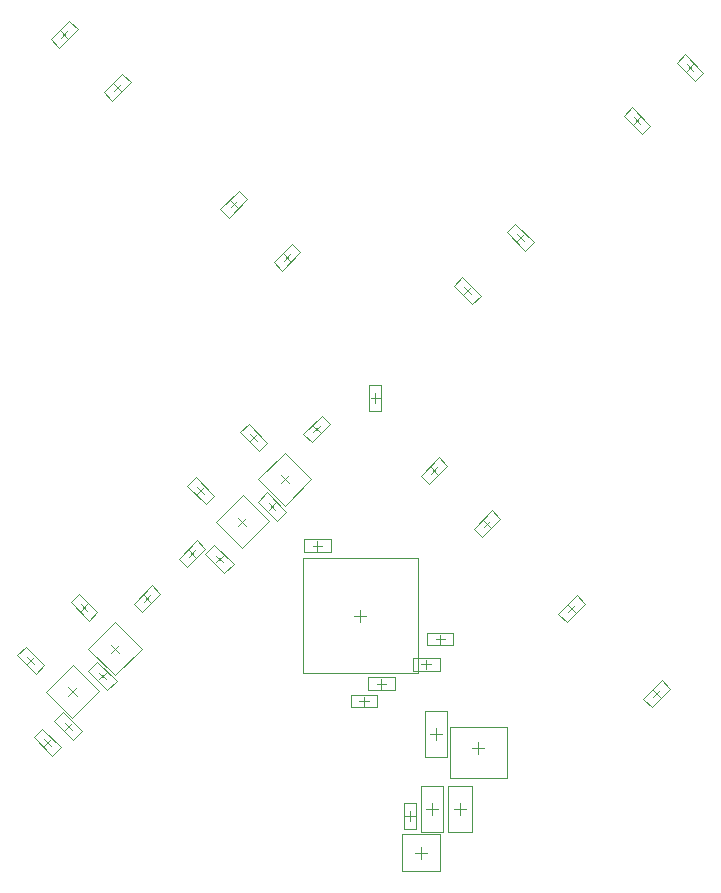
<source format=gbr>
%TF.GenerationSoftware,Altium Limited,Altium Designer,20.1.8 (145)*%
G04 Layer_Color=32896*
%FSLAX45Y45*%
%MOMM*%
%TF.SameCoordinates,5961E689-EF10-4C47-967A-3E799B42680D*%
%TF.FilePolarity,Positive*%
%TF.FileFunction,Other,Bottom_Courtyard*%
%TF.Part,Single*%
G01*
G75*
%TA.AperFunction,NonConductor*%
%ADD80C,0.10000*%
%ADD81C,0.05000*%
%ADD82C,0.05080*%
D80*
X-363254Y-1580664D02*
Y-1500664D01*
X-403253Y-1540664D02*
X-323254D01*
X177979Y-2747709D02*
Y-2667709D01*
X137979Y-2707709D02*
X217978D01*
X556969Y-2583015D02*
Y-2503016D01*
X516970Y-2543015D02*
X596969D01*
X-21Y-2180516D02*
Y-2080516D01*
X-50021Y-2130516D02*
X49979D01*
X-7520Y-2855167D02*
X72479D01*
X32479Y-2895167D02*
Y-2815167D01*
X677989Y-2370516D02*
Y-2290516D01*
X637989Y-2330516D02*
X717989D01*
X843849Y-3819807D02*
Y-3719807D01*
X793849Y-3769808D02*
X893849D01*
X608271Y-3820807D02*
Y-3720808D01*
X558271Y-3770808D02*
X658271D01*
X948929Y-3252817D02*
X1048929Y-3252816D01*
X998929Y-3302817D02*
Y-3202817D01*
X513271Y-4188611D02*
Y-4088611D01*
X463271Y-4138611D02*
X563271D01*
X-2472045Y-2736503D02*
X-2401335Y-2807214D01*
X-2472045Y-2807214D02*
X-2401335Y-2736503D01*
X-2112835Y-2377293D02*
X-2042124Y-2448004D01*
X-2112835Y-2448003D02*
X-2042124Y-2377293D01*
X-1035204Y-1299662D02*
X-964494Y-1370373D01*
X-1035204Y-1370373D02*
X-964494Y-1299662D01*
X-675994Y-940452D02*
X-605283Y-1011163D01*
X-675994Y-1011163D02*
X-605283Y-940452D01*
X-650538Y932674D02*
X-593970Y876105D01*
X-650538D02*
X-593970Y932674D01*
X-1099551Y1325118D02*
X-1042982Y1381687D01*
X-1099551Y1381687D02*
X-1042982Y1325118D01*
X-2087379Y2369515D02*
X-2030811Y2312946D01*
X-2087379D02*
X-2030811Y2369515D01*
X-2536392Y2761959D02*
X-2479824Y2818528D01*
X-2536392Y2818528D02*
X-2479824Y2761959D01*
X876105Y593970D02*
X932674Y650538D01*
X876105Y650538D02*
X932674Y593970D01*
X1325118Y1099551D02*
X1381687Y1042982D01*
X1325118D02*
X1381687Y1099551D01*
X2312946Y2030811D02*
X2369515Y2087379D01*
X2312946Y2087379D02*
X2369515Y2030811D01*
X2761959Y2536392D02*
X2818528Y2479824D01*
X2761959D02*
X2818528Y2536392D01*
X593970Y-876105D02*
X650538Y-932674D01*
X593970Y-932674D02*
X650538Y-876105D01*
X1042982Y-1381687D02*
X1099551Y-1325118D01*
X1042982D02*
X1099551Y-1381687D01*
X2479824Y-2761959D02*
X2536392Y-2818528D01*
X2479824Y-2818528D02*
X2536392Y-2761959D01*
X-932674Y-593970D02*
X-876105Y-650538D01*
X-932674Y-650538D02*
X-876105Y-593970D01*
X-1381687Y-1099551D02*
X-1325118Y-1042982D01*
X-1381687D02*
X-1325118Y-1099551D01*
X-2369515Y-2030811D02*
X-2312946Y-2087379D01*
X-2369515Y-2087379D02*
X-2312946Y-2030811D01*
X-2818528Y-2536392D02*
X-2761959Y-2479824D01*
X-2818528D02*
X-2761959Y-2536392D01*
X127000Y-328400D02*
Y-248400D01*
X87000Y-288400D02*
X167000D01*
X1761403Y-2043539D02*
X1817972Y-2100107D01*
X1761403Y-2100107D02*
X1817971Y-2043539D01*
X-399091Y-578696D02*
X-342523Y-522128D01*
X-399091D02*
X-342523Y-578696D01*
X-1453529Y-1576565D02*
X-1396961Y-1633134D01*
X-1453529D02*
X-1396961Y-1576566D01*
X-1835932Y-2015537D02*
X-1779364Y-1958969D01*
X-1835932D02*
X-1779363Y-2015537D01*
X-2679793Y-3231903D02*
X-2623224Y-3175335D01*
X-2679792D02*
X-2623224Y-3231903D01*
X418271Y-3865597D02*
Y-3785597D01*
X378271Y-3825597D02*
X458271D01*
X590696Y-3135913D02*
X690696D01*
X640696Y-3185913D02*
Y-3085913D01*
X-2212219Y-2613781D02*
X-2155651Y-2670349D01*
X-2212219D02*
X-2155651Y-2613781D01*
X-1221619Y-1623181D02*
X-1165051Y-1679749D01*
X-1221619D02*
X-1165051Y-1623181D01*
X-777119Y-1178681D02*
X-720551Y-1235249D01*
X-777119D02*
X-720551Y-1178681D01*
X-2501885Y-3038579D02*
X-2445317Y-3095148D01*
X-2501885D02*
X-2445317Y-3038579D01*
D81*
X-248254Y-1595664D02*
Y-1485664D01*
X-478254D02*
X-248254D01*
X-478254Y-1595664D02*
X-248254D01*
X-478254D02*
Y-1485664D01*
X-248254Y-1595664D02*
Y-1485664D01*
X-478254D02*
X-248254D01*
X-478254Y-1595664D02*
X-248254D01*
X-478254D02*
Y-1485664D01*
X62979Y-2762709D02*
Y-2652709D01*
Y-2762709D02*
X292979D01*
X62979Y-2652709D02*
X292979D01*
Y-2762709D02*
Y-2652709D01*
X62979Y-2762709D02*
Y-2652709D01*
Y-2762709D02*
X292979D01*
X62979Y-2652709D02*
X292979D01*
Y-2762709D02*
Y-2652709D01*
X441969Y-2598015D02*
Y-2488015D01*
Y-2598015D02*
X671969D01*
X441969Y-2488015D02*
X671969D01*
Y-2598015D02*
Y-2488015D01*
X441969Y-2598015D02*
Y-2488015D01*
Y-2598015D02*
X671969D01*
X441969Y-2488015D02*
X671969D01*
Y-2598015D02*
Y-2488015D01*
X-485021Y-2615516D02*
X484979D01*
X-485021Y-1645516D02*
X484979D01*
Y-2615516D02*
Y-1645516D01*
X-485021Y-2615516D02*
Y-1645516D01*
X743849Y-3964807D02*
X943849D01*
X743849Y-3574807D02*
X943849D01*
Y-3964807D02*
Y-3574807D01*
X743849Y-3964807D02*
Y-3574807D01*
X513271Y-3965808D02*
Y-3575808D01*
X703271Y-3965808D02*
Y-3575808D01*
X513271Y-3965808D02*
X703271D01*
X513271Y-3575808D02*
X703271D01*
X758929Y-3505067D02*
Y-3075067D01*
X1238929Y-3505067D02*
X1238929Y-3075067D01*
X758929D02*
X1238929D01*
X758929Y-3505067D02*
X1238929D01*
X353271Y-3981111D02*
X673271D01*
X353271Y-4296111D02*
X673271D01*
X353271D02*
Y-3981111D01*
X673271Y-4296111D02*
Y-3981111D01*
X-2438458Y-2996365D02*
X-2212184Y-2770091D01*
X-2661196Y-2773626D02*
X-2434922Y-2547352D01*
X-2212184Y-2770091D01*
X-2661196Y-2773626D02*
X-2438458Y-2996365D01*
X-2079248Y-2637154D02*
X-1852973Y-2410880D01*
X-2301986Y-2414416D02*
X-2075712Y-2188142D01*
X-1852973Y-2410880D01*
X-2301986Y-2414416D02*
X-2079248Y-2637154D01*
X-1001617Y-1559524D02*
X-775343Y-1333250D01*
X-1224355Y-1336785D02*
X-998081Y-1110511D01*
X-775343Y-1333250D01*
X-1224355Y-1336785D02*
X-1001617Y-1559524D01*
X-642406Y-1200314D02*
X-416132Y-974039D01*
X-865145Y-977575D02*
X-638871Y-751301D01*
X-416132Y-974039D01*
X-865145Y-977575D02*
X-642406Y-1200314D01*
X545696Y-3330913D02*
X735696D01*
X545696Y-2940913D02*
X735696D01*
X545696Y-3330913D02*
Y-2940913D01*
X735696Y-3330913D02*
Y-2940913D01*
X-2141508Y-2762273D02*
X-2063726Y-2684492D01*
X-2226361Y-2521857D02*
X-2063726Y-2684492D01*
X-2304143Y-2599639D02*
X-2141508Y-2762273D01*
X-2304143Y-2599639D02*
X-2226361Y-2521857D01*
X-2141508Y-2762273D02*
X-2063726Y-2684492D01*
X-2226361Y-2521857D02*
X-2063726Y-2684492D01*
X-2304143Y-2599639D02*
X-2141508Y-2762273D01*
X-2304143Y-2599639D02*
X-2226361Y-2521857D01*
X-1150908Y-1771673D02*
X-1073126Y-1693892D01*
X-1235761Y-1531257D02*
X-1073126Y-1693892D01*
X-1313543Y-1609039D02*
X-1150908Y-1771673D01*
X-1313543Y-1609039D02*
X-1235761Y-1531257D01*
X-1150908Y-1771673D02*
X-1073126Y-1693892D01*
X-1235761Y-1531257D02*
X-1073126Y-1693892D01*
X-1313543Y-1609039D02*
X-1150908Y-1771673D01*
X-1313543Y-1609039D02*
X-1235761Y-1531257D01*
X-706408Y-1327173D02*
X-628626Y-1249392D01*
X-791261Y-1086757D02*
X-628626Y-1249392D01*
X-869043Y-1164539D02*
X-706408Y-1327173D01*
X-869043Y-1164539D02*
X-791261Y-1086757D01*
X-706408Y-1327173D02*
X-628626Y-1249392D01*
X-791261Y-1086757D02*
X-628626Y-1249392D01*
X-869043Y-1164539D02*
X-706408Y-1327173D01*
X-869043Y-1164539D02*
X-791261Y-1086757D01*
X-2431174Y-3187072D02*
X-2353393Y-3109290D01*
X-2516027Y-2946655D02*
X-2353393Y-3109290D01*
X-2593809Y-3024437D02*
X-2431174Y-3187072D01*
X-2593809Y-3024437D02*
X-2516027Y-2946655D01*
X-2431174Y-3187072D02*
X-2353393Y-3109290D01*
X-2516027Y-2946655D02*
X-2353393Y-3109290D01*
X-2593809Y-3024437D02*
X-2431174Y-3187072D01*
X-2593809Y-3024437D02*
X-2516027Y-2946655D01*
D82*
X-77521Y-2805167D02*
X142480D01*
X-77521Y-2905167D02*
X142480D01*
X-77521D02*
Y-2805167D01*
X142480Y-2905167D02*
Y-2805167D01*
X567989Y-2380516D02*
Y-2280516D01*
X787989Y-2380516D02*
Y-2280516D01*
X567989D02*
X787989D01*
X567989Y-2380516D02*
X787989D01*
X-579827Y1017527D02*
X-509117Y946816D01*
X-735391Y861963D02*
X-664680Y791253D01*
X-509117Y946816D01*
X-735391Y861963D02*
X-579827Y1017527D01*
X-1184404Y1310976D02*
X-1028840Y1466540D01*
X-1113693Y1240265D02*
X-958130Y1395829D01*
X-1184404Y1310976D02*
X-1113693Y1240265D01*
X-1028840Y1466540D02*
X-958130Y1395829D01*
X-2016669Y2454368D02*
X-1945958Y2383657D01*
X-2172232Y2298804D02*
X-2101521Y2228094D01*
X-1945958Y2383657D01*
X-2172232Y2298804D02*
X-2016669Y2454368D01*
X-2621245Y2747817D02*
X-2465681Y2903381D01*
X-2550534Y2677106D02*
X-2394971Y2832670D01*
X-2621245Y2747817D02*
X-2550534Y2677106D01*
X-2465681Y2903381D02*
X-2394971Y2832670D01*
X946816Y509117D02*
X1017527Y579827D01*
X791253Y664680D02*
X861963Y735391D01*
X791253Y664680D02*
X946816Y509117D01*
X861963Y735391D02*
X1017527Y579827D01*
X1310976Y1184404D02*
X1466540Y1028840D01*
X1240265Y1113693D02*
X1395829Y958130D01*
X1240265Y1113693D02*
X1310976Y1184404D01*
X1395829Y958130D02*
X1466540Y1028840D01*
X2383657Y1945958D02*
X2454368Y2016669D01*
X2228094Y2101521D02*
X2298804Y2172232D01*
X2228094Y2101521D02*
X2383657Y1945958D01*
X2298804Y2172232D02*
X2454368Y2016669D01*
X2747817Y2621245D02*
X2903381Y2465681D01*
X2677106Y2550534D02*
X2832670Y2394971D01*
X2677106Y2550534D02*
X2747817Y2621245D01*
X2832670Y2394971D02*
X2903381Y2465681D01*
X509117Y-946816D02*
X579827Y-1017527D01*
X664680Y-791253D02*
X735391Y-861963D01*
X509117Y-946816D02*
X664680Y-791253D01*
X579827Y-1017527D02*
X735391Y-861963D01*
X1028840Y-1466540D02*
X1184404Y-1310976D01*
X958130Y-1395829D02*
X1113693Y-1240265D01*
X1184404Y-1310976D01*
X958130Y-1395829D02*
X1028840Y-1466540D01*
X2394971Y-2832670D02*
X2465681Y-2903381D01*
X2550534Y-2677106D02*
X2621245Y-2747817D01*
X2394971Y-2832670D02*
X2550534Y-2677106D01*
X2465681Y-2903381D02*
X2621245Y-2747817D01*
X-1017527Y-579827D02*
X-861963Y-735391D01*
X-946816Y-509117D02*
X-791253Y-664680D01*
X-861963Y-735391D02*
X-791253Y-664680D01*
X-1017527Y-579827D02*
X-946816Y-509117D01*
X-1466540Y-1028840D02*
X-1395829Y-958130D01*
X-1310976Y-1184404D02*
X-1240265Y-1113693D01*
X-1395829Y-958130D02*
X-1240265Y-1113693D01*
X-1466540Y-1028840D02*
X-1310976Y-1184404D01*
X-2454368Y-2016669D02*
X-2298804Y-2172232D01*
X-2383657Y-1945958D02*
X-2228094Y-2101521D01*
X-2298804Y-2172232D02*
X-2228094Y-2101521D01*
X-2454368Y-2016669D02*
X-2383657Y-1945958D01*
X-2903381Y-2465681D02*
X-2832670Y-2394971D01*
X-2747817Y-2621245D02*
X-2677106Y-2550534D01*
X-2832670Y-2394971D02*
X-2677106Y-2550534D01*
X-2903381Y-2465681D02*
X-2747817Y-2621245D01*
X177000Y-398400D02*
Y-178400D01*
X77000Y-398400D02*
Y-178400D01*
X177000D01*
X77000Y-398400D02*
X177000D01*
X1676550Y-2114249D02*
X1747261Y-2184960D01*
X1832114Y-1958686D02*
X1902824Y-2029397D01*
X1676550Y-2114249D02*
X1832114Y-1958686D01*
X1747261Y-2184960D02*
X1902824Y-2029397D01*
X-413233Y-663549D02*
X-257670Y-507986D01*
X-483944Y-592838D02*
X-328381Y-437275D01*
X-257670Y-507986D01*
X-483944Y-592838D02*
X-413233Y-663549D01*
X-1382818Y-1491713D02*
X-1312108Y-1562423D01*
X-1538382Y-1647276D02*
X-1467671Y-1717987D01*
X-1312108Y-1562423D01*
X-1538382Y-1647276D02*
X-1382818Y-1491713D01*
X-1850074Y-2100390D02*
X-1694511Y-1944826D01*
X-1920785Y-2029679D02*
X-1765222Y-1874116D01*
X-1694511Y-1944826D01*
X-1920785Y-2029679D02*
X-1850074Y-2100390D01*
X-2764646Y-3161193D02*
X-2693935Y-3090482D01*
X-2609082Y-3316756D02*
X-2538371Y-3246045D01*
X-2693935Y-3090482D02*
X-2538371Y-3246045D01*
X-2764646Y-3161193D02*
X-2609082Y-3316756D01*
X368271Y-3935597D02*
Y-3715597D01*
X468271Y-3935597D02*
X468271Y-3715597D01*
X368271Y-3935597D02*
X468271D01*
X368271Y-3715597D02*
X468271Y-3715597D01*
%TF.MD5,b4a353567976f04c9adf65b69adb721f*%
M02*

</source>
